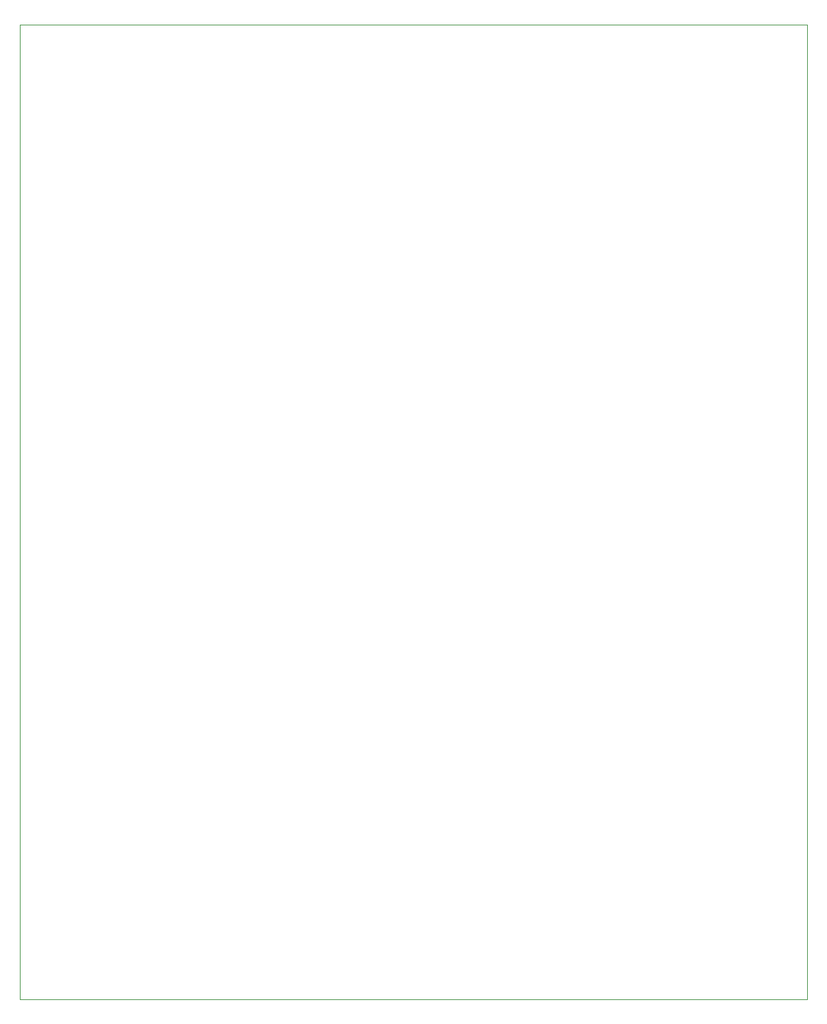
<source format=gm1>
%TF.GenerationSoftware,KiCad,Pcbnew,8.0.4*%
%TF.CreationDate,2024-08-26T20:05:07-05:00*%
%TF.ProjectId,controller,636f6e74-726f-46c6-9c65-722e6b696361,2*%
%TF.SameCoordinates,Original*%
%TF.FileFunction,Profile,NP*%
%FSLAX46Y46*%
G04 Gerber Fmt 4.6, Leading zero omitted, Abs format (unit mm)*
G04 Created by KiCad (PCBNEW 8.0.4) date 2024-08-26 20:05:07*
%MOMM*%
%LPD*%
G01*
G04 APERTURE LIST*
%TA.AperFunction,Profile*%
%ADD10C,0.050000*%
%TD*%
G04 APERTURE END LIST*
D10*
X37550000Y-33250000D02*
X134850000Y-33250000D01*
X134850000Y-153650000D01*
X37550000Y-153650000D01*
X37550000Y-33250000D01*
M02*

</source>
